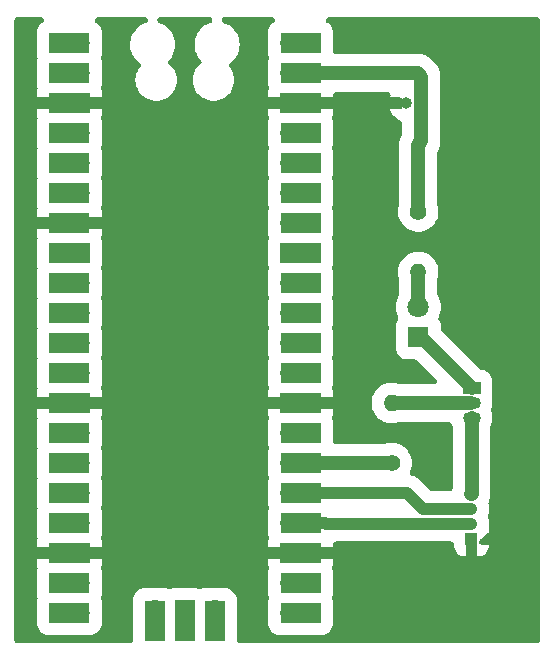
<source format=gbr>
%TF.GenerationSoftware,KiCad,Pcbnew,8.0.1*%
%TF.CreationDate,2024-03-27T17:00:54-03:00*%
%TF.ProjectId,Pond_S6,506f6e64-5f53-4362-9e6b-696361645f70,rev?*%
%TF.SameCoordinates,Original*%
%TF.FileFunction,Copper,L1,Top*%
%TF.FilePolarity,Positive*%
%FSLAX46Y46*%
G04 Gerber Fmt 4.6, Leading zero omitted, Abs format (unit mm)*
G04 Created by KiCad (PCBNEW 8.0.1) date 2024-03-27 17:00:54*
%MOMM*%
%LPD*%
G01*
G04 APERTURE LIST*
%TA.AperFunction,ComponentPad*%
%ADD10C,1.400000*%
%TD*%
%TA.AperFunction,ComponentPad*%
%ADD11O,1.400000X1.400000*%
%TD*%
%TA.AperFunction,ComponentPad*%
%ADD12R,1.000000X1.000000*%
%TD*%
%TA.AperFunction,ComponentPad*%
%ADD13O,1.000000X1.000000*%
%TD*%
%TA.AperFunction,ComponentPad*%
%ADD14R,1.500000X1.050000*%
%TD*%
%TA.AperFunction,ComponentPad*%
%ADD15O,1.500000X1.050000*%
%TD*%
%TA.AperFunction,ComponentPad*%
%ADD16O,1.700000X1.700000*%
%TD*%
%TA.AperFunction,SMDPad,CuDef*%
%ADD17R,3.500000X1.700000*%
%TD*%
%TA.AperFunction,ComponentPad*%
%ADD18R,1.700000X1.700000*%
%TD*%
%TA.AperFunction,SMDPad,CuDef*%
%ADD19R,1.700000X3.500000*%
%TD*%
%TA.AperFunction,ComponentPad*%
%ADD20R,1.800000X1.800000*%
%TD*%
%TA.AperFunction,ComponentPad*%
%ADD21C,1.800000*%
%TD*%
%TA.AperFunction,Conductor*%
%ADD22C,1.200000*%
%TD*%
%TA.AperFunction,Conductor*%
%ADD23C,1.000000*%
%TD*%
%TA.AperFunction,Conductor*%
%ADD24C,0.200000*%
%TD*%
G04 APERTURE END LIST*
D10*
%TO.P,R2,1*%
%TO.N,GPIO_20*%
X153450000Y-82240000D03*
D11*
%TO.P,R2,2*%
%TO.N,Net-(Q1-B)*%
X153450000Y-77160000D03*
%TD*%
D10*
%TO.P,R1,1*%
%TO.N,VCC*%
X155700000Y-60970000D03*
D11*
%TO.P,R1,2*%
%TO.N,Net-(D1-A)*%
X155700000Y-66050000D03*
%TD*%
D12*
%TO.P,J1,1,Pin_1*%
%TO.N,VCC*%
X155960000Y-51800000D03*
D13*
%TO.P,J1,2,Pin_2*%
%TO.N,GND*%
X154690000Y-51800000D03*
%TD*%
D12*
%TO.P,J2,1,Pin_1*%
%TO.N,GND*%
X160200000Y-88660000D03*
D13*
%TO.P,J2,2,Pin_2*%
%TO.N,Triger*%
X160200000Y-87390000D03*
%TO.P,J2,3,Pin_3*%
%TO.N,Echo*%
X160200000Y-86120000D03*
%TO.P,J2,4,Pin_4*%
%TO.N,VCC2*%
X160200000Y-84850000D03*
%TD*%
D14*
%TO.P,Q1,1,C*%
%TO.N,LED*%
X160210000Y-75870000D03*
D15*
%TO.P,Q1,2,B*%
%TO.N,Net-(Q1-B)*%
X160210000Y-77140000D03*
%TO.P,Q1,3,E*%
%TO.N,VCC2*%
X160210000Y-78410000D03*
%TD*%
D16*
%TO.P,U1,1,GPIO0*%
%TO.N,unconnected-(U1-GPIO0-Pad1)*%
X127045000Y-46675000D03*
D17*
X126145000Y-46675000D03*
D16*
%TO.P,U1,2,GPIO1*%
%TO.N,unconnected-(U1-GPIO1-Pad2)*%
X127045000Y-49215000D03*
D17*
X126145000Y-49215000D03*
D18*
%TO.P,U1,3,GND*%
%TO.N,GND*%
X127045000Y-51755000D03*
D17*
X126145000Y-51755000D03*
D16*
%TO.P,U1,4,GPIO2*%
%TO.N,unconnected-(U1-GPIO2-Pad4)*%
X127045000Y-54295000D03*
D17*
X126145000Y-54295000D03*
D16*
%TO.P,U1,5,GPIO3*%
%TO.N,unconnected-(U1-GPIO3-Pad5)*%
X127045000Y-56835000D03*
D17*
X126145000Y-56835000D03*
D16*
%TO.P,U1,6,GPIO4*%
%TO.N,unconnected-(U1-GPIO4-Pad6)*%
X127045000Y-59375000D03*
D17*
X126145000Y-59375000D03*
D16*
%TO.P,U1,7,GPIO5*%
%TO.N,GND*%
X127045000Y-61915000D03*
D17*
X126145000Y-61915000D03*
D18*
%TO.P,U1,8,GND*%
%TO.N,unconnected-(U1-GND-Pad8)*%
X127045000Y-64455000D03*
D17*
X126145000Y-64455000D03*
D16*
%TO.P,U1,9,GPIO6*%
%TO.N,unconnected-(U1-GPIO6-Pad9)*%
X127045000Y-66995000D03*
D17*
X126145000Y-66995000D03*
D16*
%TO.P,U1,10,GPIO7*%
%TO.N,unconnected-(U1-GPIO7-Pad10)*%
X127045000Y-69535000D03*
D17*
X126145000Y-69535000D03*
D16*
%TO.P,U1,11,GPIO8*%
%TO.N,unconnected-(U1-GPIO8-Pad11)*%
X127045000Y-72075000D03*
D17*
X126145000Y-72075000D03*
D16*
%TO.P,U1,12,GPIO9*%
%TO.N,unconnected-(U1-GPIO9-Pad12)*%
X127045000Y-74615000D03*
D17*
X126145000Y-74615000D03*
D18*
%TO.P,U1,13,GND*%
%TO.N,GND*%
X127045000Y-77155000D03*
D17*
X126145000Y-77155000D03*
D16*
%TO.P,U1,14,GPIO10*%
%TO.N,unconnected-(U1-GPIO10-Pad14)*%
X127045000Y-79695000D03*
D17*
X126145000Y-79695000D03*
D16*
%TO.P,U1,15,GPIO11*%
%TO.N,unconnected-(U1-GPIO11-Pad15)*%
X127045000Y-82235000D03*
D17*
X126145000Y-82235000D03*
D16*
%TO.P,U1,16,GPIO12*%
%TO.N,unconnected-(U1-GPIO12-Pad16)*%
X127045000Y-84775000D03*
D17*
X126145000Y-84775000D03*
D16*
%TO.P,U1,17,GPIO13*%
%TO.N,unconnected-(U1-GPIO13-Pad17)*%
X127045000Y-87315000D03*
D17*
X126145000Y-87315000D03*
D18*
%TO.P,U1,18,GND*%
%TO.N,GND*%
X127045000Y-89855000D03*
D17*
X126145000Y-89855000D03*
D16*
%TO.P,U1,19,GPIO14*%
%TO.N,unconnected-(U1-GPIO14-Pad19)*%
X127045000Y-92395000D03*
D17*
X126145000Y-92395000D03*
D16*
%TO.P,U1,20,GPIO15*%
%TO.N,unconnected-(U1-GPIO15-Pad20)*%
X127045000Y-94935000D03*
D17*
X126145000Y-94935000D03*
D16*
%TO.P,U1,21,GPIO16*%
%TO.N,unconnected-(U1-GPIO16-Pad21)*%
X144825000Y-94935000D03*
D17*
X145725000Y-94935000D03*
D16*
%TO.P,U1,22,GPIO17*%
%TO.N,unconnected-(U1-GPIO17-Pad22)*%
X144825000Y-92395000D03*
D17*
X145725000Y-92395000D03*
D18*
%TO.P,U1,23,GND*%
%TO.N,GND*%
X144825000Y-89855000D03*
D17*
X145725000Y-89855000D03*
D16*
%TO.P,U1,24,GPIO18*%
%TO.N,Triger*%
X144825000Y-87315000D03*
D17*
X145725000Y-87315000D03*
D16*
%TO.P,U1,25,GPIO19*%
%TO.N,Echo*%
X144825000Y-84775000D03*
D17*
X145725000Y-84775000D03*
D16*
%TO.P,U1,26,GPIO20*%
%TO.N,GPIO_20*%
X144825000Y-82235000D03*
D17*
X145725000Y-82235000D03*
D16*
%TO.P,U1,27,GPIO21*%
%TO.N,unconnected-(U1-GPIO21-Pad27)*%
X144825000Y-79695000D03*
D17*
X145725000Y-79695000D03*
D18*
%TO.P,U1,28,GND*%
%TO.N,GND*%
X144825000Y-77155000D03*
D17*
X145725000Y-77155000D03*
D16*
%TO.P,U1,29,GPIO22*%
%TO.N,unconnected-(U1-GPIO22-Pad29)*%
X144825000Y-74615000D03*
D17*
X145725000Y-74615000D03*
D16*
%TO.P,U1,30,RUN*%
%TO.N,unconnected-(U1-RUN-Pad30)*%
X144825000Y-72075000D03*
D17*
X145725000Y-72075000D03*
D16*
%TO.P,U1,31,GPIO26_ADC0*%
%TO.N,unconnected-(U1-GPIO26_ADC0-Pad31)*%
X144825000Y-69535000D03*
D17*
X145725000Y-69535000D03*
D16*
%TO.P,U1,32,GPIO27_ADC1*%
%TO.N,unconnected-(U1-GPIO27_ADC1-Pad32)*%
X144825000Y-66995000D03*
D17*
X145725000Y-66995000D03*
D18*
%TO.P,U1,33,AGND*%
%TO.N,unconnected-(U1-AGND-Pad33)*%
X144825000Y-64455000D03*
D17*
X145725000Y-64455000D03*
D16*
%TO.P,U1,34,GPIO28_ADC2*%
%TO.N,unconnected-(U1-GPIO28_ADC2-Pad34)*%
X144825000Y-61915000D03*
D17*
X145725000Y-61915000D03*
D16*
%TO.P,U1,35,ADC_VREF*%
%TO.N,unconnected-(U1-ADC_VREF-Pad35)*%
X144825000Y-59375000D03*
D17*
X145725000Y-59375000D03*
D16*
%TO.P,U1,36,3V3*%
%TO.N,unconnected-(U1-3V3-Pad36)*%
X144825000Y-56835000D03*
D17*
X145725000Y-56835000D03*
D16*
%TO.P,U1,37,3V3_EN*%
%TO.N,unconnected-(U1-3V3_EN-Pad37)*%
X144825000Y-54295000D03*
D17*
X145725000Y-54295000D03*
D18*
%TO.P,U1,38,GND*%
%TO.N,GND*%
X144825000Y-51755000D03*
D17*
X145725000Y-51755000D03*
D16*
%TO.P,U1,39,VSYS*%
%TO.N,VCC*%
X144825000Y-49215000D03*
D17*
X145725000Y-49215000D03*
D16*
%TO.P,U1,40,VBUS*%
%TO.N,unconnected-(U1-VBUS-Pad40)*%
X144825000Y-46675000D03*
D17*
X145725000Y-46675000D03*
D16*
%TO.P,U1,41,SWCLK*%
%TO.N,unconnected-(U1-SWCLK-Pad41)*%
X133395000Y-94705000D03*
D19*
X133395000Y-95605000D03*
D18*
%TO.P,U1,42,GND*%
%TO.N,unconnected-(U1-GND-Pad42)*%
X135935000Y-94705000D03*
D19*
X135935000Y-95605000D03*
D16*
%TO.P,U1,43,SWDIO*%
%TO.N,unconnected-(U1-SWDIO-Pad43)*%
X138475000Y-94705000D03*
D19*
X138475000Y-95605000D03*
%TD*%
D20*
%TO.P,D1,1,K*%
%TO.N,LED*%
X155700000Y-71575000D03*
D21*
%TO.P,D1,2,A*%
%TO.N,Net-(D1-A)*%
X155700000Y-69035000D03*
%TD*%
D22*
%TO.N,LED*%
X155700000Y-71575000D02*
X155915000Y-71575000D01*
X155915000Y-71575000D02*
X160210000Y-75870000D01*
%TO.N,VCC2*%
X160210000Y-78410000D02*
X160210000Y-84840000D01*
X160210000Y-84840000D02*
X160200000Y-84850000D01*
%TO.N,VCC*%
X155700000Y-55290000D02*
X155960000Y-55030000D01*
X155960000Y-51800000D02*
X155960000Y-49530000D01*
X155700000Y-60970000D02*
X155700000Y-55290000D01*
X155960000Y-49530000D02*
X155645000Y-49215000D01*
X155645000Y-49215000D02*
X144825000Y-49215000D01*
X155960000Y-55030000D02*
X155960000Y-51800000D01*
%TO.N,Net-(D1-A)*%
X155700000Y-69035000D02*
X155700000Y-66050000D01*
D23*
%TO.N,Echo*%
X154775000Y-84775000D02*
X156120000Y-86120000D01*
X156120000Y-86120000D02*
X160200000Y-86120000D01*
X144825000Y-84775000D02*
X154775000Y-84775000D01*
%TO.N,Triger*%
X144825000Y-87315000D02*
X147815000Y-87315000D01*
X147890000Y-87390000D02*
X160200000Y-87390000D01*
D24*
X147815000Y-87315000D02*
X147890000Y-87390000D01*
%TO.N,Net-(Q1-B)*%
X160190000Y-77160000D02*
X160210000Y-77140000D01*
X153460000Y-77150000D02*
X153450000Y-77160000D01*
D22*
X153450000Y-77160000D02*
X160190000Y-77160000D01*
%TO.N,GPIO_20*%
X153450000Y-82240000D02*
X144830000Y-82240000D01*
D24*
X144830000Y-82240000D02*
X144825000Y-82235000D01*
%TD*%
%TA.AperFunction,Conductor*%
%TO.N,GND*%
G36*
X123850499Y-44519454D02*
G01*
X123931281Y-44573430D01*
X123985257Y-44654212D01*
X124004211Y-44749500D01*
X123985257Y-44844788D01*
X123931281Y-44925570D01*
X123870497Y-44970204D01*
X123841593Y-44985301D01*
X123841592Y-44985302D01*
X123683893Y-45113889D01*
X123683889Y-45113893D01*
X123555302Y-45271592D01*
X123555299Y-45271597D01*
X123461093Y-45451946D01*
X123461090Y-45451954D01*
X123405115Y-45647578D01*
X123405114Y-45647582D01*
X123394500Y-45766963D01*
X123394500Y-47583031D01*
X123394501Y-47583043D01*
X123405113Y-47702416D01*
X123454925Y-47876502D01*
X123462915Y-47973328D01*
X123454925Y-48013498D01*
X123405116Y-48187575D01*
X123405114Y-48187582D01*
X123394500Y-48306963D01*
X123394500Y-50123031D01*
X123394501Y-50123043D01*
X123405113Y-50242416D01*
X123455185Y-50417411D01*
X123463175Y-50514237D01*
X123455185Y-50554407D01*
X123405611Y-50727663D01*
X123405609Y-50727671D01*
X123395000Y-50846994D01*
X123395000Y-51254999D01*
X123395001Y-51255000D01*
X126940536Y-51255000D01*
X126848147Y-51279755D01*
X126731853Y-51346898D01*
X126636898Y-51441853D01*
X126569755Y-51558147D01*
X126535000Y-51687857D01*
X126535000Y-51822143D01*
X126569755Y-51951853D01*
X126636898Y-52068147D01*
X126731853Y-52163102D01*
X126848147Y-52230245D01*
X126940536Y-52255000D01*
X123395001Y-52255000D01*
X123395000Y-52255001D01*
X123395000Y-52663005D01*
X123405609Y-52782328D01*
X123405611Y-52782336D01*
X123455185Y-52955593D01*
X123463175Y-53052419D01*
X123455185Y-53092589D01*
X123405116Y-53267575D01*
X123405114Y-53267582D01*
X123394500Y-53386963D01*
X123394500Y-55203031D01*
X123394501Y-55203043D01*
X123405113Y-55322416D01*
X123454925Y-55496502D01*
X123462915Y-55593328D01*
X123454925Y-55633498D01*
X123405116Y-55807575D01*
X123405114Y-55807582D01*
X123394500Y-55926963D01*
X123394500Y-57743031D01*
X123394501Y-57743043D01*
X123405113Y-57862416D01*
X123454925Y-58036502D01*
X123462915Y-58133328D01*
X123454925Y-58173498D01*
X123405116Y-58347575D01*
X123405114Y-58347582D01*
X123394500Y-58466963D01*
X123394500Y-60283031D01*
X123394501Y-60283043D01*
X123405113Y-60402416D01*
X123455185Y-60577411D01*
X123463175Y-60674237D01*
X123455185Y-60714407D01*
X123405611Y-60887663D01*
X123405609Y-60887671D01*
X123395000Y-61006994D01*
X123395000Y-61414999D01*
X123395001Y-61415000D01*
X126940536Y-61415000D01*
X126848147Y-61439755D01*
X126731853Y-61506898D01*
X126636898Y-61601853D01*
X126569755Y-61718147D01*
X126535000Y-61847857D01*
X126535000Y-61982143D01*
X126569755Y-62111853D01*
X126636898Y-62228147D01*
X126731853Y-62323102D01*
X126848147Y-62390245D01*
X126940536Y-62415000D01*
X123395001Y-62415000D01*
X123395000Y-62415001D01*
X123395000Y-62823005D01*
X123405609Y-62942328D01*
X123405611Y-62942336D01*
X123455185Y-63115593D01*
X123463175Y-63212419D01*
X123455185Y-63252589D01*
X123405116Y-63427575D01*
X123405114Y-63427582D01*
X123394500Y-63546963D01*
X123394500Y-65363031D01*
X123394501Y-65363043D01*
X123405113Y-65482416D01*
X123454925Y-65656502D01*
X123462915Y-65753328D01*
X123454925Y-65793498D01*
X123405116Y-65967575D01*
X123405114Y-65967582D01*
X123394500Y-66086963D01*
X123394500Y-67903031D01*
X123394501Y-67903043D01*
X123405113Y-68022416D01*
X123454925Y-68196502D01*
X123462915Y-68293328D01*
X123454925Y-68333498D01*
X123405116Y-68507575D01*
X123405114Y-68507582D01*
X123394500Y-68626963D01*
X123394500Y-70443031D01*
X123394501Y-70443043D01*
X123405113Y-70562416D01*
X123454925Y-70736502D01*
X123462915Y-70833328D01*
X123454925Y-70873498D01*
X123405116Y-71047575D01*
X123405114Y-71047582D01*
X123394500Y-71166963D01*
X123394500Y-72983031D01*
X123394501Y-72983043D01*
X123405113Y-73102416D01*
X123454925Y-73276502D01*
X123462915Y-73373328D01*
X123454925Y-73413498D01*
X123405116Y-73587575D01*
X123405114Y-73587582D01*
X123394500Y-73706963D01*
X123394500Y-75523031D01*
X123394501Y-75523043D01*
X123405113Y-75642416D01*
X123455185Y-75817411D01*
X123463175Y-75914237D01*
X123455185Y-75954407D01*
X123405611Y-76127663D01*
X123405609Y-76127671D01*
X123395000Y-76246994D01*
X123395000Y-76654999D01*
X123395001Y-76655000D01*
X126940536Y-76655000D01*
X126848147Y-76679755D01*
X126731853Y-76746898D01*
X126636898Y-76841853D01*
X126569755Y-76958147D01*
X126535000Y-77087857D01*
X126535000Y-77222143D01*
X126569755Y-77351853D01*
X126636898Y-77468147D01*
X126731853Y-77563102D01*
X126848147Y-77630245D01*
X126940536Y-77655000D01*
X123395001Y-77655000D01*
X123395000Y-77655001D01*
X123395000Y-78063005D01*
X123405609Y-78182328D01*
X123405611Y-78182336D01*
X123455185Y-78355593D01*
X123463175Y-78452419D01*
X123455185Y-78492589D01*
X123405116Y-78667575D01*
X123405114Y-78667582D01*
X123394500Y-78786963D01*
X123394500Y-80603031D01*
X123394501Y-80603043D01*
X123405113Y-80722416D01*
X123454925Y-80896502D01*
X123462915Y-80993328D01*
X123454925Y-81033498D01*
X123405116Y-81207575D01*
X123405114Y-81207582D01*
X123394500Y-81326963D01*
X123394500Y-83143031D01*
X123394501Y-83143043D01*
X123405113Y-83262416D01*
X123454925Y-83436502D01*
X123462915Y-83533328D01*
X123454925Y-83573498D01*
X123405116Y-83747575D01*
X123405114Y-83747582D01*
X123394500Y-83866963D01*
X123394500Y-85683031D01*
X123394501Y-85683043D01*
X123405113Y-85802416D01*
X123454925Y-85976502D01*
X123462915Y-86073328D01*
X123454925Y-86113498D01*
X123405116Y-86287575D01*
X123405114Y-86287582D01*
X123394500Y-86406963D01*
X123394500Y-88223031D01*
X123394501Y-88223043D01*
X123405113Y-88342416D01*
X123455185Y-88517411D01*
X123463175Y-88614237D01*
X123455185Y-88654407D01*
X123405611Y-88827663D01*
X123405609Y-88827671D01*
X123395000Y-88946994D01*
X123395000Y-89354999D01*
X123395001Y-89355000D01*
X126940536Y-89355000D01*
X126848147Y-89379755D01*
X126731853Y-89446898D01*
X126636898Y-89541853D01*
X126569755Y-89658147D01*
X126535000Y-89787857D01*
X126535000Y-89922143D01*
X126569755Y-90051853D01*
X126636898Y-90168147D01*
X126731853Y-90263102D01*
X126848147Y-90330245D01*
X126940536Y-90355000D01*
X123395001Y-90355000D01*
X123395000Y-90355001D01*
X123395000Y-90763005D01*
X123405609Y-90882328D01*
X123405611Y-90882336D01*
X123455185Y-91055593D01*
X123463175Y-91152419D01*
X123455185Y-91192589D01*
X123405116Y-91367575D01*
X123405114Y-91367582D01*
X123394500Y-91486963D01*
X123394500Y-93303031D01*
X123394501Y-93303043D01*
X123405113Y-93422416D01*
X123454925Y-93596502D01*
X123462915Y-93693328D01*
X123454925Y-93733498D01*
X123405116Y-93907575D01*
X123405114Y-93907582D01*
X123394500Y-94026963D01*
X123394500Y-95843031D01*
X123394501Y-95843043D01*
X123405113Y-95962414D01*
X123405113Y-95962417D01*
X123405114Y-95962418D01*
X123461091Y-96158049D01*
X123555302Y-96338407D01*
X123683891Y-96496109D01*
X123841593Y-96624698D01*
X124021951Y-96718909D01*
X124217582Y-96774886D01*
X124336963Y-96785500D01*
X126970011Y-96785499D01*
X126987777Y-96786134D01*
X127044995Y-96790227D01*
X127045000Y-96790227D01*
X127045005Y-96790227D01*
X127102223Y-96786134D01*
X127119989Y-96785499D01*
X127953032Y-96785499D01*
X127953036Y-96785499D01*
X128072418Y-96774886D01*
X128268049Y-96718909D01*
X128448407Y-96624698D01*
X128606109Y-96496109D01*
X128734698Y-96338407D01*
X128828909Y-96158049D01*
X128884886Y-95962418D01*
X128895500Y-95843037D01*
X128895499Y-95009984D01*
X128896134Y-94992217D01*
X128900227Y-94935003D01*
X128900227Y-94934996D01*
X128896134Y-94877779D01*
X128895499Y-94860012D01*
X128895499Y-94026968D01*
X128895498Y-94026956D01*
X128884886Y-93907585D01*
X128884886Y-93907582D01*
X128835073Y-93733495D01*
X128827084Y-93636673D01*
X128835074Y-93596502D01*
X128884886Y-93422418D01*
X128895500Y-93303037D01*
X128895499Y-92469984D01*
X128896134Y-92452217D01*
X128900227Y-92395003D01*
X128900227Y-92394996D01*
X128896134Y-92337779D01*
X128895499Y-92320012D01*
X128895499Y-91486968D01*
X128895498Y-91486956D01*
X128884886Y-91367585D01*
X128884886Y-91367582D01*
X128834813Y-91192587D01*
X128826824Y-91095764D01*
X128834814Y-91055592D01*
X128884389Y-90882332D01*
X128884390Y-90882328D01*
X128894999Y-90763005D01*
X128895000Y-90763002D01*
X128895000Y-90355001D01*
X128894999Y-90355000D01*
X127149464Y-90355000D01*
X127241853Y-90330245D01*
X127358147Y-90263102D01*
X127453102Y-90168147D01*
X127520245Y-90051853D01*
X127555000Y-89922143D01*
X127555000Y-89787857D01*
X127520245Y-89658147D01*
X127453102Y-89541853D01*
X127358147Y-89446898D01*
X127241853Y-89379755D01*
X127149464Y-89355000D01*
X128894999Y-89355000D01*
X128895000Y-89354999D01*
X128895000Y-88946997D01*
X128894999Y-88946994D01*
X128884390Y-88827671D01*
X128884389Y-88827667D01*
X128834814Y-88654408D01*
X128826824Y-88557582D01*
X128834814Y-88517411D01*
X128884886Y-88342418D01*
X128895500Y-88223037D01*
X128895499Y-87389984D01*
X128896134Y-87372217D01*
X128900227Y-87315003D01*
X128900227Y-87314996D01*
X128896134Y-87257779D01*
X128895499Y-87240012D01*
X128895499Y-86406968D01*
X128895498Y-86406956D01*
X128886772Y-86308803D01*
X128884886Y-86287582D01*
X128835073Y-86113495D01*
X128827084Y-86016673D01*
X128835074Y-85976502D01*
X128884886Y-85802418D01*
X128895500Y-85683037D01*
X128895499Y-84849984D01*
X128896134Y-84832217D01*
X128900227Y-84775003D01*
X128900227Y-84774996D01*
X128896134Y-84717779D01*
X128895499Y-84700012D01*
X128895499Y-83866968D01*
X128895498Y-83866956D01*
X128884886Y-83747585D01*
X128884886Y-83747582D01*
X128835073Y-83573495D01*
X128827084Y-83476673D01*
X128835074Y-83436502D01*
X128884886Y-83262418D01*
X128895500Y-83143037D01*
X128895499Y-82309984D01*
X128896134Y-82292217D01*
X128900227Y-82235003D01*
X128900227Y-82234996D01*
X128896134Y-82177779D01*
X128895499Y-82160012D01*
X128895499Y-81326968D01*
X128895498Y-81326956D01*
X128891269Y-81279388D01*
X128884886Y-81207582D01*
X128835073Y-81033495D01*
X128827084Y-80936673D01*
X128835074Y-80896502D01*
X128884886Y-80722418D01*
X128895500Y-80603037D01*
X128895499Y-79769984D01*
X128896134Y-79752217D01*
X128900227Y-79695003D01*
X128900227Y-79694996D01*
X128896134Y-79637779D01*
X128895499Y-79620012D01*
X128895499Y-78786968D01*
X128895498Y-78786956D01*
X128894129Y-78771562D01*
X128884886Y-78667582D01*
X128834813Y-78492587D01*
X128826824Y-78395764D01*
X128834814Y-78355592D01*
X128884389Y-78182332D01*
X128884390Y-78182328D01*
X128894999Y-78063005D01*
X128895000Y-78063002D01*
X128895000Y-77655001D01*
X128894999Y-77655000D01*
X127149464Y-77655000D01*
X127241853Y-77630245D01*
X127358147Y-77563102D01*
X127453102Y-77468147D01*
X127520245Y-77351853D01*
X127555000Y-77222143D01*
X127555000Y-77087857D01*
X127520245Y-76958147D01*
X127453102Y-76841853D01*
X127358147Y-76746898D01*
X127241853Y-76679755D01*
X127149464Y-76655000D01*
X128894999Y-76655000D01*
X128895000Y-76654999D01*
X128895000Y-76246997D01*
X128894999Y-76246994D01*
X128884390Y-76127671D01*
X128884389Y-76127667D01*
X128834814Y-75954408D01*
X128826824Y-75857582D01*
X128834814Y-75817411D01*
X128884886Y-75642418D01*
X128895500Y-75523037D01*
X128895499Y-74689984D01*
X128896134Y-74672217D01*
X128900227Y-74615003D01*
X128900227Y-74614996D01*
X128896134Y-74557779D01*
X128895499Y-74540012D01*
X128895499Y-73706968D01*
X128895498Y-73706956D01*
X128884886Y-73587585D01*
X128884886Y-73587582D01*
X128835073Y-73413495D01*
X128827084Y-73316673D01*
X128835074Y-73276502D01*
X128884886Y-73102418D01*
X128895500Y-72983037D01*
X128895499Y-72149984D01*
X128896134Y-72132217D01*
X128900227Y-72075003D01*
X128900227Y-72074996D01*
X128896134Y-72017779D01*
X128895499Y-72000012D01*
X128895499Y-71166968D01*
X128895498Y-71166956D01*
X128884886Y-71047585D01*
X128884886Y-71047582D01*
X128835073Y-70873495D01*
X128827084Y-70776673D01*
X128835074Y-70736502D01*
X128884886Y-70562418D01*
X128895500Y-70443037D01*
X128895499Y-69609984D01*
X128896134Y-69592217D01*
X128900227Y-69535003D01*
X128900227Y-69534996D01*
X128896134Y-69477779D01*
X128895499Y-69460012D01*
X128895499Y-68626968D01*
X128895498Y-68626956D01*
X128884886Y-68507585D01*
X128884886Y-68507582D01*
X128835073Y-68333495D01*
X128827084Y-68236673D01*
X128835074Y-68196502D01*
X128884886Y-68022418D01*
X128895500Y-67903037D01*
X128895499Y-67069984D01*
X128896134Y-67052217D01*
X128900227Y-66995003D01*
X128900227Y-66994996D01*
X128896134Y-66937779D01*
X128895499Y-66920012D01*
X128895499Y-66086968D01*
X128895498Y-66086956D01*
X128884886Y-65967585D01*
X128884886Y-65967582D01*
X128835073Y-65793495D01*
X128827084Y-65696673D01*
X128835074Y-65656502D01*
X128884886Y-65482418D01*
X128895500Y-65363037D01*
X128895499Y-63546964D01*
X128884886Y-63427582D01*
X128834813Y-63252587D01*
X128826824Y-63155764D01*
X128834814Y-63115592D01*
X128884389Y-62942332D01*
X128884390Y-62942328D01*
X128894999Y-62823005D01*
X128895000Y-62823002D01*
X128895000Y-62415001D01*
X128894999Y-62415000D01*
X127149464Y-62415000D01*
X127241853Y-62390245D01*
X127358147Y-62323102D01*
X127453102Y-62228147D01*
X127520245Y-62111853D01*
X127555000Y-61982143D01*
X127555000Y-61847857D01*
X127520245Y-61718147D01*
X127453102Y-61601853D01*
X127358147Y-61506898D01*
X127241853Y-61439755D01*
X127149464Y-61415000D01*
X128894999Y-61415000D01*
X128895000Y-61414999D01*
X128895000Y-61006997D01*
X128894999Y-61006994D01*
X128884390Y-60887671D01*
X128884389Y-60887667D01*
X128834814Y-60714408D01*
X128826824Y-60617582D01*
X128834814Y-60577411D01*
X128884886Y-60402418D01*
X128895500Y-60283037D01*
X128895499Y-59449984D01*
X128896134Y-59432217D01*
X128900227Y-59375003D01*
X128900227Y-59374996D01*
X128896134Y-59317779D01*
X128895499Y-59300012D01*
X128895499Y-58466968D01*
X128895498Y-58466956D01*
X128884886Y-58347585D01*
X128884886Y-58347582D01*
X128835073Y-58173495D01*
X128827084Y-58076673D01*
X128835074Y-58036502D01*
X128884886Y-57862418D01*
X128895500Y-57743037D01*
X128895499Y-56909984D01*
X128896134Y-56892217D01*
X128900227Y-56835003D01*
X128900227Y-56834996D01*
X128896134Y-56777779D01*
X128895499Y-56760012D01*
X128895499Y-55926968D01*
X128895498Y-55926956D01*
X128893803Y-55907893D01*
X128884886Y-55807582D01*
X128835073Y-55633495D01*
X128827084Y-55536673D01*
X128835074Y-55496502D01*
X128884886Y-55322418D01*
X128895500Y-55203037D01*
X128895499Y-54369984D01*
X128896134Y-54352217D01*
X128900227Y-54295003D01*
X128900227Y-54294996D01*
X128896134Y-54237779D01*
X128895499Y-54220012D01*
X128895499Y-53386968D01*
X128895498Y-53386956D01*
X128884886Y-53267585D01*
X128884886Y-53267582D01*
X128834813Y-53092587D01*
X128826824Y-52995764D01*
X128834814Y-52955592D01*
X128884389Y-52782332D01*
X128884390Y-52782328D01*
X128894999Y-52663005D01*
X128895000Y-52663002D01*
X128895000Y-52255001D01*
X128894999Y-52255000D01*
X127149464Y-52255000D01*
X127241853Y-52230245D01*
X127358147Y-52163102D01*
X127453102Y-52068147D01*
X127520245Y-51951853D01*
X127555000Y-51822143D01*
X127555000Y-51687857D01*
X127520245Y-51558147D01*
X127453102Y-51441853D01*
X127358147Y-51346898D01*
X127241853Y-51279755D01*
X127149464Y-51255000D01*
X128894999Y-51255000D01*
X128895000Y-51254999D01*
X128895000Y-50846997D01*
X128894999Y-50846994D01*
X128884390Y-50727671D01*
X128884389Y-50727667D01*
X128834814Y-50554408D01*
X128826824Y-50457582D01*
X128834814Y-50417411D01*
X128884886Y-50242418D01*
X128895500Y-50123037D01*
X128895499Y-49289984D01*
X128896134Y-49272217D01*
X128900227Y-49215003D01*
X128900227Y-49214996D01*
X128896134Y-49157779D01*
X128895499Y-49140012D01*
X128895499Y-48306968D01*
X128895498Y-48306956D01*
X128893974Y-48289816D01*
X128884886Y-48187582D01*
X128835073Y-48013495D01*
X128827084Y-47916673D01*
X128835074Y-47876502D01*
X128884886Y-47702418D01*
X128895500Y-47583037D01*
X128895499Y-46749984D01*
X128896134Y-46732217D01*
X128900227Y-46675003D01*
X128900227Y-46674996D01*
X128896134Y-46617779D01*
X128895499Y-46600012D01*
X128895499Y-45766968D01*
X128895498Y-45766956D01*
X128884886Y-45647585D01*
X128884886Y-45647582D01*
X128828909Y-45451951D01*
X128734698Y-45271593D01*
X128606109Y-45113891D01*
X128448407Y-44985302D01*
X128448406Y-44985301D01*
X128419503Y-44970204D01*
X128343819Y-44909285D01*
X128297208Y-44824041D01*
X128286767Y-44727449D01*
X128314085Y-44634214D01*
X128375004Y-44558530D01*
X128460248Y-44511919D01*
X128534789Y-44500500D01*
X132570162Y-44500500D01*
X132665450Y-44519454D01*
X132746232Y-44573430D01*
X132800208Y-44654212D01*
X132819162Y-44749500D01*
X132800208Y-44844788D01*
X132746232Y-44925570D01*
X132665450Y-44979546D01*
X132657200Y-44982792D01*
X132556828Y-45020228D01*
X132418488Y-45071827D01*
X132418484Y-45071829D01*
X132179886Y-45202113D01*
X131962265Y-45365023D01*
X131962260Y-45365027D01*
X131770027Y-45557260D01*
X131770023Y-45557265D01*
X131607113Y-45774886D01*
X131476829Y-46013484D01*
X131476827Y-46013488D01*
X131409217Y-46194756D01*
X131381825Y-46268199D01*
X131349180Y-46418266D01*
X131324039Y-46533838D01*
X131309216Y-46741096D01*
X131304645Y-46805000D01*
X131324039Y-47076160D01*
X131381825Y-47341801D01*
X131426205Y-47460788D01*
X131471801Y-47583037D01*
X131476828Y-47596513D01*
X131607113Y-47835113D01*
X131770029Y-48052742D01*
X131962258Y-48244971D01*
X132117894Y-48361479D01*
X132182817Y-48433756D01*
X132215139Y-48525377D01*
X132209938Y-48622392D01*
X132168008Y-48710033D01*
X132163350Y-48716061D01*
X132059611Y-48846145D01*
X131928436Y-49073348D01*
X131928428Y-49073364D01*
X131832578Y-49317587D01*
X131774198Y-49573370D01*
X131774197Y-49573374D01*
X131754592Y-49835000D01*
X131774197Y-50096625D01*
X131774198Y-50096629D01*
X131832578Y-50352412D01*
X131928428Y-50596635D01*
X131928436Y-50596651D01*
X132059612Y-50823855D01*
X132223194Y-51028980D01*
X132223205Y-51028991D01*
X132415520Y-51207432D01*
X132632292Y-51355226D01*
X132632294Y-51355227D01*
X132632296Y-51355228D01*
X132669055Y-51372930D01*
X132868668Y-51469059D01*
X132868669Y-51469059D01*
X132868677Y-51469063D01*
X133119385Y-51546396D01*
X133378818Y-51585500D01*
X133378822Y-51585500D01*
X133641178Y-51585500D01*
X133641182Y-51585500D01*
X133900615Y-51546396D01*
X134151323Y-51469063D01*
X134387704Y-51355228D01*
X134604479Y-51207433D01*
X134796805Y-51028981D01*
X134960386Y-50823857D01*
X135091568Y-50596643D01*
X135187420Y-50352416D01*
X135245802Y-50096630D01*
X135265408Y-49835000D01*
X135245802Y-49573370D01*
X135187420Y-49317584D01*
X135124701Y-49157779D01*
X135091571Y-49073364D01*
X135091569Y-49073361D01*
X135091568Y-49073357D01*
X135091563Y-49073348D01*
X134960387Y-48846144D01*
X134796805Y-48641019D01*
X134796794Y-48641008D01*
X134604984Y-48463035D01*
X134548024Y-48384329D01*
X134525520Y-48289816D01*
X134540898Y-48193886D01*
X134591816Y-48111143D01*
X134598251Y-48104461D01*
X134649971Y-48052742D01*
X134812887Y-47835113D01*
X134943172Y-47596513D01*
X135038175Y-47341801D01*
X135095961Y-47076160D01*
X135115355Y-46805000D01*
X135095961Y-46533840D01*
X135038175Y-46268199D01*
X134943172Y-46013487D01*
X134812887Y-45774887D01*
X134649971Y-45557258D01*
X134457742Y-45365029D01*
X134240113Y-45202113D01*
X134240114Y-45202113D01*
X134001515Y-45071829D01*
X134001511Y-45071827D01*
X133915971Y-45039922D01*
X133762820Y-44982799D01*
X133680165Y-44931742D01*
X133623340Y-44852938D01*
X133600997Y-44758388D01*
X133616537Y-44662484D01*
X133667596Y-44579827D01*
X133746400Y-44523002D01*
X133840950Y-44500659D01*
X133849838Y-44500500D01*
X138020162Y-44500500D01*
X138115450Y-44519454D01*
X138196232Y-44573430D01*
X138250208Y-44654212D01*
X138269162Y-44749500D01*
X138250208Y-44844788D01*
X138196232Y-44925570D01*
X138115450Y-44979546D01*
X138107200Y-44982792D01*
X138006828Y-45020228D01*
X137868488Y-45071827D01*
X137868484Y-45071829D01*
X137629886Y-45202113D01*
X137412265Y-45365023D01*
X137412260Y-45365027D01*
X137220027Y-45557260D01*
X137220023Y-45557265D01*
X137057113Y-45774886D01*
X136926829Y-46013484D01*
X136926827Y-46013488D01*
X136859217Y-46194756D01*
X136831825Y-46268199D01*
X136799180Y-46418266D01*
X136774039Y-46533838D01*
X136759216Y-46741096D01*
X136754645Y-46805000D01*
X136774039Y-47076160D01*
X136831825Y-47341801D01*
X136876205Y-47460788D01*
X136921801Y-47583037D01*
X136926828Y-47596513D01*
X137057113Y-47835113D01*
X137220029Y-48052742D01*
X137271725Y-48104438D01*
X137325699Y-48185217D01*
X137344653Y-48280505D01*
X137325699Y-48375793D01*
X137271723Y-48456575D01*
X137265016Y-48463035D01*
X137073199Y-48641014D01*
X137073194Y-48641019D01*
X136909612Y-48846144D01*
X136778436Y-49073348D01*
X136778428Y-49073364D01*
X136682578Y-49317587D01*
X136624198Y-49573370D01*
X136624197Y-49573374D01*
X136604592Y-49835000D01*
X136624197Y-50096625D01*
X136624198Y-50096629D01*
X136682578Y-50352412D01*
X136778428Y-50596635D01*
X136778436Y-50596651D01*
X136909612Y-50823855D01*
X137073194Y-51028980D01*
X137073205Y-51028991D01*
X137265520Y-51207432D01*
X137482292Y-51355226D01*
X137482294Y-51355227D01*
X137482296Y-51355228D01*
X137519055Y-51372930D01*
X137718668Y-51469059D01*
X137718669Y-51469059D01*
X137718677Y-51469063D01*
X137969385Y-51546396D01*
X138228818Y-51585500D01*
X138228822Y-51585500D01*
X138491178Y-51585500D01*
X138491182Y-51585500D01*
X138750615Y-51546396D01*
X139001323Y-51469063D01*
X139237704Y-51355228D01*
X139454479Y-51207433D01*
X139646805Y-51028981D01*
X139810386Y-50823857D01*
X139941568Y-50596643D01*
X140037420Y-50352416D01*
X140095802Y-50096630D01*
X140115408Y-49835000D01*
X140095802Y-49573370D01*
X140037420Y-49317584D01*
X139974701Y-49157779D01*
X139941571Y-49073364D01*
X139941569Y-49073361D01*
X139941568Y-49073357D01*
X139941563Y-49073348D01*
X139810387Y-48846144D01*
X139706650Y-48716062D01*
X139662058Y-48629745D01*
X139653892Y-48532934D01*
X139683395Y-48440367D01*
X139746077Y-48366137D01*
X139752050Y-48361520D01*
X139907742Y-48244971D01*
X140099971Y-48052742D01*
X140262887Y-47835113D01*
X140393172Y-47596513D01*
X140488175Y-47341801D01*
X140545961Y-47076160D01*
X140565355Y-46805000D01*
X140545961Y-46533840D01*
X140488175Y-46268199D01*
X140393172Y-46013487D01*
X140262887Y-45774887D01*
X140099971Y-45557258D01*
X139907742Y-45365029D01*
X139690113Y-45202113D01*
X139690114Y-45202113D01*
X139451515Y-45071829D01*
X139451511Y-45071827D01*
X139365971Y-45039922D01*
X139212820Y-44982799D01*
X139130165Y-44931742D01*
X139073340Y-44852938D01*
X139050997Y-44758388D01*
X139066537Y-44662484D01*
X139117596Y-44579827D01*
X139196400Y-44523002D01*
X139290950Y-44500659D01*
X139299838Y-44500500D01*
X143335211Y-44500500D01*
X143430499Y-44519454D01*
X143511281Y-44573430D01*
X143565257Y-44654212D01*
X143584211Y-44749500D01*
X143565257Y-44844788D01*
X143511281Y-44925570D01*
X143450497Y-44970204D01*
X143421593Y-44985301D01*
X143421592Y-44985302D01*
X143263893Y-45113889D01*
X143263889Y-45113893D01*
X143135302Y-45271592D01*
X143135299Y-45271597D01*
X143041093Y-45451946D01*
X143041090Y-45451954D01*
X142985115Y-45647578D01*
X142985114Y-45647582D01*
X142974500Y-45766963D01*
X142974500Y-46600006D01*
X142973866Y-46617767D01*
X142969773Y-46674999D01*
X142973866Y-46732232D01*
X142974500Y-46749993D01*
X142974500Y-47583031D01*
X142974501Y-47583043D01*
X142985113Y-47702416D01*
X143034925Y-47876502D01*
X143042915Y-47973328D01*
X143034925Y-48013498D01*
X142985116Y-48187575D01*
X142985114Y-48187582D01*
X142974500Y-48306963D01*
X142974500Y-49140006D01*
X142973866Y-49157767D01*
X142969773Y-49214999D01*
X142973866Y-49272232D01*
X142974500Y-49289993D01*
X142974500Y-50123031D01*
X142974501Y-50123043D01*
X142985113Y-50242416D01*
X143035185Y-50417411D01*
X143043175Y-50514237D01*
X143035185Y-50554407D01*
X142985611Y-50727663D01*
X142985609Y-50727671D01*
X142975000Y-50846994D01*
X142975000Y-51254999D01*
X142975001Y-51255000D01*
X144720536Y-51255000D01*
X144628147Y-51279755D01*
X144511853Y-51346898D01*
X144416898Y-51441853D01*
X144349755Y-51558147D01*
X144315000Y-51687857D01*
X144315000Y-51822143D01*
X144349755Y-51951853D01*
X144416898Y-52068147D01*
X144511853Y-52163102D01*
X144628147Y-52230245D01*
X144720536Y-52255000D01*
X142975001Y-52255000D01*
X142975000Y-52255001D01*
X142975000Y-52663005D01*
X142985609Y-52782328D01*
X142985611Y-52782336D01*
X143035185Y-52955593D01*
X143043175Y-53052419D01*
X143035185Y-53092589D01*
X142985116Y-53267575D01*
X142985114Y-53267582D01*
X142974500Y-53386963D01*
X142974500Y-54220006D01*
X142973866Y-54237767D01*
X142969773Y-54294999D01*
X142973866Y-54352232D01*
X142974500Y-54369993D01*
X142974500Y-55203031D01*
X142974501Y-55203043D01*
X142985113Y-55322416D01*
X143034925Y-55496502D01*
X143042915Y-55593328D01*
X143034925Y-55633498D01*
X142985116Y-55807575D01*
X142985114Y-55807582D01*
X142974500Y-55926963D01*
X142974500Y-56760006D01*
X142973866Y-56777767D01*
X142969773Y-56834999D01*
X142973866Y-56892232D01*
X142974500Y-56909993D01*
X142974500Y-57743031D01*
X142974501Y-57743043D01*
X142985113Y-57862416D01*
X143034925Y-58036502D01*
X143042915Y-58133328D01*
X143034925Y-58173498D01*
X142985116Y-58347575D01*
X142985114Y-58347582D01*
X142974500Y-58466963D01*
X142974500Y-59300006D01*
X142973866Y-59317767D01*
X142969773Y-59374999D01*
X142973866Y-59432232D01*
X142974500Y-59449993D01*
X142974500Y-60283031D01*
X142974501Y-60283043D01*
X142985113Y-60402416D01*
X143034925Y-60576502D01*
X143042915Y-60673328D01*
X143034925Y-60713498D01*
X142985116Y-60887575D01*
X142985114Y-60887582D01*
X142974500Y-61006963D01*
X142974500Y-61840006D01*
X142973866Y-61857767D01*
X142969773Y-61914999D01*
X142973866Y-61972232D01*
X142974500Y-61989993D01*
X142974500Y-62823031D01*
X142974501Y-62823043D01*
X142985113Y-62942416D01*
X143034925Y-63116502D01*
X143042915Y-63213328D01*
X143034925Y-63253498D01*
X142985116Y-63427575D01*
X142985114Y-63427582D01*
X142974500Y-63546963D01*
X142974500Y-65363031D01*
X142974501Y-65363043D01*
X142985113Y-65482416D01*
X143034925Y-65656502D01*
X143042915Y-65753328D01*
X143034925Y-65793498D01*
X142985116Y-65967575D01*
X142985114Y-65967582D01*
X142974500Y-66086963D01*
X142974500Y-66920006D01*
X142973866Y-66937767D01*
X142969773Y-66994999D01*
X142973866Y-67052232D01*
X142974500Y-67069993D01*
X142974500Y-67903031D01*
X142974501Y-67903043D01*
X142985113Y-68022416D01*
X143034925Y-68196502D01*
X143042915Y-68293328D01*
X143034925Y-68333498D01*
X142985116Y-68507575D01*
X142985114Y-68507582D01*
X142974500Y-68626963D01*
X142974500Y-69460006D01*
X142973866Y-69477767D01*
X142969773Y-69534999D01*
X142973866Y-69592232D01*
X142974500Y-69609993D01*
X142974500Y-70443031D01*
X142974501Y-70443043D01*
X142985113Y-70562416D01*
X143034925Y-70736502D01*
X143042915Y-70833328D01*
X143034925Y-70873498D01*
X142985116Y-71047575D01*
X142985114Y-71047582D01*
X142974500Y-71166963D01*
X142974500Y-72000006D01*
X142973866Y-72017767D01*
X142969773Y-72074999D01*
X142973866Y-72132232D01*
X142974500Y-72149993D01*
X142974500Y-72983031D01*
X142974501Y-72983043D01*
X142985113Y-73102416D01*
X143034925Y-73276502D01*
X143042915Y-73373328D01*
X143034925Y-73413498D01*
X142985116Y-73587575D01*
X142985114Y-73587582D01*
X142974500Y-73706963D01*
X142974500Y-74540006D01*
X142973866Y-74557767D01*
X142969773Y-74614999D01*
X142973866Y-74672232D01*
X142974500Y-74689993D01*
X142974500Y-75523031D01*
X142974501Y-75523043D01*
X142985113Y-75642416D01*
X143035185Y-75817411D01*
X143043175Y-75914237D01*
X143035185Y-75954407D01*
X142985611Y-76127663D01*
X142985609Y-76127671D01*
X142975000Y-76246994D01*
X142975000Y-76654999D01*
X142975001Y-76655000D01*
X144720536Y-76655000D01*
X144628147Y-76679755D01*
X144511853Y-76746898D01*
X144416898Y-76841853D01*
X144349755Y-76958147D01*
X144315000Y-77087857D01*
X144315000Y-77222143D01*
X144349755Y-77351853D01*
X144416898Y-77468147D01*
X144511853Y-77563102D01*
X144628147Y-77630245D01*
X144720536Y-77655000D01*
X142975001Y-77655000D01*
X142975000Y-77655001D01*
X142975000Y-78063005D01*
X142985609Y-78182328D01*
X142985611Y-78182336D01*
X143035185Y-78355593D01*
X143043175Y-78452419D01*
X143035185Y-78492589D01*
X142985116Y-78667575D01*
X142985114Y-78667582D01*
X142974500Y-78786963D01*
X142974500Y-79620006D01*
X142973866Y-79637767D01*
X142969773Y-79694999D01*
X142973866Y-79752232D01*
X142974500Y-79769993D01*
X142974500Y-80603031D01*
X142974501Y-80603043D01*
X142985113Y-80722416D01*
X143034925Y-80896502D01*
X143042915Y-80993328D01*
X143034925Y-81033498D01*
X142985116Y-81207575D01*
X142985114Y-81207582D01*
X142974500Y-81326963D01*
X142974500Y-82160006D01*
X142973866Y-82177767D01*
X142969773Y-82234999D01*
X142973866Y-82292232D01*
X142974500Y-82309993D01*
X142974500Y-83143031D01*
X142974501Y-83143043D01*
X142985113Y-83262416D01*
X143034925Y-83436502D01*
X143042915Y-83533328D01*
X143034925Y-83573498D01*
X142985116Y-83747575D01*
X142985114Y-83747582D01*
X142974500Y-83866963D01*
X142974500Y-84700006D01*
X142973866Y-84717767D01*
X142969773Y-84774999D01*
X142973866Y-84832232D01*
X142974500Y-84849993D01*
X142974500Y-85683031D01*
X142974501Y-85683043D01*
X142985113Y-85802416D01*
X143034925Y-85976502D01*
X143042915Y-86073328D01*
X143034925Y-86113498D01*
X142985116Y-86287575D01*
X142985114Y-86287582D01*
X142974500Y-86406963D01*
X142974500Y-87240006D01*
X142973866Y-87257767D01*
X142969773Y-87314999D01*
X142973866Y-87372232D01*
X142974500Y-87389993D01*
X142974500Y-88223031D01*
X142974501Y-88223043D01*
X142985113Y-88342416D01*
X143035185Y-88517411D01*
X143043175Y-88614237D01*
X143035185Y-88654407D01*
X142985611Y-88827663D01*
X142985609Y-88827671D01*
X142975000Y-88946994D01*
X142975000Y-89354999D01*
X142975001Y-89355000D01*
X144720536Y-89355000D01*
X144628147Y-89379755D01*
X144511853Y-89446898D01*
X144416898Y-89541853D01*
X144349755Y-89658147D01*
X144315000Y-89787857D01*
X144315000Y-89922143D01*
X144349755Y-90051853D01*
X144416898Y-90168147D01*
X144511853Y-90263102D01*
X144628147Y-90330245D01*
X144720536Y-90355000D01*
X142975001Y-90355000D01*
X142975000Y-90355001D01*
X142975000Y-90763005D01*
X142985609Y-90882328D01*
X142985611Y-90882336D01*
X143035185Y-91055593D01*
X143043175Y-91152419D01*
X143035185Y-91192589D01*
X142985116Y-91367575D01*
X142985114Y-91367582D01*
X142974500Y-91486963D01*
X142974500Y-92320006D01*
X142973866Y-92337767D01*
X142969773Y-92394999D01*
X142973866Y-92452232D01*
X142974500Y-92469993D01*
X142974500Y-93303031D01*
X142974501Y-93303043D01*
X142985113Y-93422416D01*
X143034925Y-93596502D01*
X143042915Y-93693328D01*
X143034925Y-93733498D01*
X142985116Y-93907575D01*
X142985114Y-93907582D01*
X142974500Y-94026963D01*
X142974500Y-94860006D01*
X142973866Y-94877767D01*
X142969773Y-94934999D01*
X142973866Y-94992232D01*
X142974500Y-95009993D01*
X142974500Y-95843031D01*
X142974501Y-95843043D01*
X142985113Y-95962414D01*
X142985113Y-95962417D01*
X142985114Y-95962418D01*
X143041091Y-96158049D01*
X143135302Y-96338407D01*
X143263891Y-96496109D01*
X143421593Y-96624698D01*
X143601951Y-96718909D01*
X143797582Y-96774886D01*
X143916963Y-96785500D01*
X144750015Y-96785499D01*
X144767783Y-96786134D01*
X144824997Y-96790227D01*
X144825000Y-96790227D01*
X144825003Y-96790227D01*
X144882217Y-96786134D01*
X144899985Y-96785499D01*
X147533032Y-96785499D01*
X147533036Y-96785499D01*
X147652418Y-96774886D01*
X147848049Y-96718909D01*
X148028407Y-96624698D01*
X148186109Y-96496109D01*
X148314698Y-96338407D01*
X148408909Y-96158049D01*
X148464886Y-95962418D01*
X148475500Y-95843037D01*
X148475499Y-94026964D01*
X148464886Y-93907582D01*
X148415073Y-93733495D01*
X148407084Y-93636673D01*
X148415074Y-93596502D01*
X148464886Y-93422418D01*
X148475500Y-93303037D01*
X148475499Y-91486964D01*
X148464886Y-91367582D01*
X148414813Y-91192587D01*
X148406824Y-91095764D01*
X148414814Y-91055592D01*
X148464389Y-90882332D01*
X148464390Y-90882328D01*
X148474999Y-90763005D01*
X148475000Y-90763002D01*
X148475000Y-90355001D01*
X148474999Y-90355000D01*
X144929464Y-90355000D01*
X145021853Y-90330245D01*
X145138147Y-90263102D01*
X145233102Y-90168147D01*
X145300245Y-90051853D01*
X145335000Y-89922143D01*
X145335000Y-89787857D01*
X145300245Y-89658147D01*
X145233102Y-89541853D01*
X145138147Y-89446898D01*
X145021853Y-89379755D01*
X144929464Y-89355000D01*
X148474999Y-89355000D01*
X148475000Y-89354999D01*
X148475000Y-89139500D01*
X148493954Y-89044212D01*
X148547930Y-88963430D01*
X148628712Y-88909454D01*
X148724000Y-88890500D01*
X158451000Y-88890500D01*
X158546288Y-88909454D01*
X158627070Y-88963430D01*
X158681046Y-89044212D01*
X158700000Y-89139500D01*
X158700000Y-89218005D01*
X158710609Y-89337328D01*
X158710610Y-89337333D01*
X158766557Y-89532859D01*
X158766560Y-89532867D01*
X158860719Y-89713126D01*
X158860723Y-89713132D01*
X158989245Y-89870750D01*
X158989249Y-89870754D01*
X159146867Y-89999276D01*
X159146873Y-89999280D01*
X159327132Y-90093439D01*
X159327140Y-90093442D01*
X159522666Y-90149389D01*
X159522671Y-90149390D01*
X159641994Y-90159999D01*
X159641998Y-90160000D01*
X159699999Y-90160000D01*
X159700000Y-90159999D01*
X159700000Y-89139500D01*
X159718954Y-89044212D01*
X159772930Y-88963430D01*
X159853712Y-88909454D01*
X159949000Y-88890500D01*
X159970882Y-88890500D01*
X160000446Y-88920064D01*
X160074555Y-88962851D01*
X160157213Y-88985000D01*
X160242787Y-88985000D01*
X160325445Y-88962851D01*
X160399554Y-88920064D01*
X160442411Y-88877206D01*
X160507123Y-88879213D01*
X160595687Y-88919157D01*
X160662224Y-88989952D01*
X160696604Y-89080821D01*
X160700000Y-89121806D01*
X160700000Y-90159999D01*
X160700001Y-90160000D01*
X160758002Y-90160000D01*
X160758005Y-90159999D01*
X160877328Y-90149390D01*
X160877333Y-90149389D01*
X161072859Y-90093442D01*
X161072867Y-90093439D01*
X161253126Y-89999280D01*
X161253132Y-89999276D01*
X161410750Y-89870754D01*
X161410754Y-89870750D01*
X161539276Y-89713132D01*
X161539280Y-89713126D01*
X161633439Y-89532867D01*
X161633442Y-89532859D01*
X161689389Y-89337333D01*
X161689390Y-89337328D01*
X161699999Y-89218005D01*
X161700000Y-89218002D01*
X161700000Y-89160001D01*
X161699999Y-89160000D01*
X161068474Y-89160000D01*
X160973186Y-89141046D01*
X160892404Y-89087070D01*
X160838428Y-89006288D01*
X160819474Y-88911000D01*
X160838428Y-88815712D01*
X160892404Y-88734930D01*
X160955431Y-88689138D01*
X160986433Y-88673343D01*
X160988212Y-88672050D01*
X161016069Y-88654499D01*
X161023509Y-88650474D01*
X161098840Y-88591840D01*
X161105393Y-88586911D01*
X161177510Y-88534517D01*
X161184203Y-88527823D01*
X161207336Y-88507394D01*
X161219744Y-88497738D01*
X161279508Y-88432815D01*
X161286564Y-88425461D01*
X161344517Y-88367510D01*
X161354346Y-88353979D01*
X161372598Y-88331692D01*
X161388164Y-88314785D01*
X161415585Y-88272813D01*
X161483569Y-88203407D01*
X161572939Y-88165300D01*
X161624041Y-88160000D01*
X161699999Y-88160000D01*
X161700000Y-88159999D01*
X161700000Y-88101997D01*
X161699999Y-88101994D01*
X161689390Y-87982671D01*
X161689389Y-87982663D01*
X161661499Y-87885191D01*
X161653509Y-87788365D01*
X161661639Y-87750973D01*
X161661268Y-87750884D01*
X161663548Y-87741382D01*
X161663553Y-87741368D01*
X161669573Y-87703352D01*
X161674121Y-87681201D01*
X161685108Y-87637821D01*
X161689998Y-87578789D01*
X161692214Y-87560403D01*
X161700499Y-87508100D01*
X161700500Y-87508091D01*
X161700500Y-87462370D01*
X161701350Y-87441809D01*
X161701610Y-87438660D01*
X161705643Y-87390000D01*
X161701350Y-87338190D01*
X161700500Y-87317629D01*
X161700500Y-87271908D01*
X161700499Y-87271897D01*
X161692214Y-87219595D01*
X161689997Y-87201196D01*
X161685108Y-87142179D01*
X161674127Y-87098819D01*
X161669574Y-87076654D01*
X161663553Y-87038632D01*
X161644943Y-86981359D01*
X161640380Y-86965552D01*
X161635663Y-86946928D01*
X161624063Y-86901119D01*
X161609002Y-86866786D01*
X161600219Y-86843715D01*
X161596392Y-86831935D01*
X161584976Y-86735456D01*
X161596390Y-86678069D01*
X161600226Y-86666263D01*
X161609000Y-86643217D01*
X161624063Y-86608881D01*
X161640379Y-86544447D01*
X161644944Y-86528639D01*
X161663553Y-86471368D01*
X161669573Y-86433352D01*
X161674121Y-86411201D01*
X161685108Y-86367821D01*
X161689998Y-86308789D01*
X161692214Y-86290403D01*
X161700499Y-86238100D01*
X161700500Y-86238091D01*
X161700500Y-86192370D01*
X161701350Y-86171809D01*
X161701610Y-86168660D01*
X161705643Y-86120000D01*
X161701350Y-86068190D01*
X161700500Y-86047629D01*
X161700500Y-86001908D01*
X161700499Y-86001897D01*
X161692214Y-85949595D01*
X161689997Y-85931196D01*
X161685108Y-85872179D01*
X161674127Y-85828819D01*
X161669574Y-85806654D01*
X161663553Y-85768632D01*
X161644943Y-85711359D01*
X161640358Y-85695467D01*
X161640093Y-85694419D01*
X161635109Y-85597391D01*
X161659634Y-85520335D01*
X161693241Y-85454379D01*
X161771090Y-85214785D01*
X161810500Y-84965962D01*
X161810500Y-79130411D01*
X161829454Y-79035123D01*
X161837641Y-79017364D01*
X161838871Y-79014949D01*
X161848736Y-78995589D01*
X161922937Y-78767222D01*
X161960500Y-78530059D01*
X161960500Y-78289941D01*
X161924557Y-78063005D01*
X161922938Y-78052783D01*
X161922937Y-78052781D01*
X161922937Y-78052778D01*
X161857681Y-77851942D01*
X161846263Y-77755464D01*
X161857680Y-77698059D01*
X161922937Y-77497222D01*
X161960500Y-77260059D01*
X161960500Y-77019941D01*
X161932294Y-76841853D01*
X161921407Y-76773114D01*
X161922651Y-76772916D01*
X161919239Y-76686213D01*
X161925779Y-76656663D01*
X161949886Y-76572418D01*
X161960500Y-76453037D01*
X161960499Y-75286964D01*
X161949886Y-75167582D01*
X161893909Y-74971951D01*
X161799698Y-74791593D01*
X161671109Y-74633891D01*
X161513407Y-74505302D01*
X161513402Y-74505299D01*
X161333053Y-74411093D01*
X161333052Y-74411092D01*
X161333049Y-74411091D01*
X161137418Y-74355114D01*
X161137409Y-74355113D01*
X161137408Y-74355113D01*
X161031180Y-74345667D01*
X160937946Y-74318348D01*
X160877165Y-74273716D01*
X157673429Y-71069980D01*
X157619453Y-70989198D01*
X157600499Y-70893910D01*
X157600499Y-70616968D01*
X157600498Y-70616956D01*
X157595649Y-70562416D01*
X157589886Y-70497582D01*
X157533909Y-70301951D01*
X157439698Y-70121593D01*
X157439694Y-70121588D01*
X157432748Y-70111048D01*
X157435148Y-70109465D01*
X157399560Y-70042382D01*
X157390339Y-69945665D01*
X157418832Y-69852782D01*
X157419523Y-69851509D01*
X157433169Y-69826518D01*
X157433172Y-69826513D01*
X157528175Y-69571801D01*
X157585961Y-69306160D01*
X157605355Y-69035000D01*
X157585961Y-68763840D01*
X157528175Y-68498199D01*
X157433172Y-68243487D01*
X157330958Y-68056295D01*
X157301927Y-67963578D01*
X157300500Y-67936962D01*
X157300500Y-66673660D01*
X157317714Y-66582687D01*
X157329506Y-66552642D01*
X157329510Y-66552629D01*
X157341003Y-66502270D01*
X157386222Y-66304157D01*
X157405268Y-66050000D01*
X157386222Y-65795843D01*
X157329508Y-65547363D01*
X157236393Y-65310112D01*
X157108959Y-65089388D01*
X157075609Y-65047568D01*
X156950054Y-64890127D01*
X156763214Y-64716765D01*
X156552637Y-64573196D01*
X156552632Y-64573194D01*
X156323010Y-64462613D01*
X156323005Y-64462611D01*
X156079464Y-64387488D01*
X156079461Y-64387487D01*
X155971448Y-64371206D01*
X155827435Y-64349500D01*
X155572565Y-64349500D01*
X155446553Y-64368493D01*
X155320538Y-64387487D01*
X155320535Y-64387488D01*
X155076994Y-64462611D01*
X155076989Y-64462613D01*
X154847367Y-64573194D01*
X154847362Y-64573196D01*
X154636785Y-64716765D01*
X154449945Y-64890127D01*
X154291045Y-65089382D01*
X154291041Y-65089388D01*
X154163609Y-65310107D01*
X154163600Y-65310127D01*
X154070495Y-65547354D01*
X154070489Y-65547370D01*
X154013777Y-65795845D01*
X153994732Y-66050000D01*
X154013777Y-66304154D01*
X154070489Y-66552629D01*
X154070493Y-66552642D01*
X154082286Y-66582687D01*
X154099500Y-66673660D01*
X154099500Y-67936962D01*
X154080546Y-68032250D01*
X154069042Y-68056295D01*
X153966829Y-68243484D01*
X153966827Y-68243488D01*
X153933255Y-68333499D01*
X153871825Y-68498199D01*
X153814039Y-68763840D01*
X153794645Y-69035000D01*
X153814039Y-69306160D01*
X153871825Y-69571801D01*
X153882752Y-69601096D01*
X153966827Y-69826511D01*
X153966830Y-69826517D01*
X153980479Y-69851514D01*
X154009510Y-69944230D01*
X154000849Y-70040998D01*
X153964983Y-70109560D01*
X153967249Y-70111053D01*
X153960299Y-70121596D01*
X153866093Y-70301946D01*
X153866090Y-70301954D01*
X153810115Y-70497578D01*
X153810114Y-70497582D01*
X153799500Y-70616963D01*
X153799500Y-72533031D01*
X153799501Y-72533043D01*
X153810113Y-72652414D01*
X153866090Y-72848045D01*
X153866093Y-72848053D01*
X153936602Y-72983037D01*
X153960302Y-73028407D01*
X154088891Y-73186109D01*
X154246593Y-73314698D01*
X154426951Y-73408909D01*
X154622582Y-73464886D01*
X154741963Y-73475500D01*
X155448910Y-73475499D01*
X155544198Y-73494453D01*
X155624979Y-73548429D01*
X155624980Y-73548429D01*
X157210981Y-75134430D01*
X157264957Y-75215212D01*
X157283911Y-75310500D01*
X157264957Y-75405788D01*
X157210981Y-75486570D01*
X157130199Y-75540546D01*
X157034911Y-75559500D01*
X154068031Y-75559500D01*
X153994637Y-75548438D01*
X153829458Y-75497487D01*
X153577435Y-75459500D01*
X153322565Y-75459500D01*
X153196553Y-75478493D01*
X153070538Y-75497487D01*
X153070535Y-75497488D01*
X152826994Y-75572611D01*
X152826989Y-75572613D01*
X152597367Y-75683194D01*
X152597362Y-75683196D01*
X152386785Y-75826765D01*
X152199945Y-76000127D01*
X152041045Y-76199382D01*
X152041041Y-76199388D01*
X151913609Y-76420107D01*
X151913600Y-76420127D01*
X151820495Y-76657354D01*
X151820489Y-76657370D01*
X151763777Y-76905845D01*
X151744732Y-77160000D01*
X151763777Y-77414154D01*
X151820489Y-77662629D01*
X151820495Y-77662645D01*
X151913600Y-77899872D01*
X151913605Y-77899884D01*
X151913607Y-77899888D01*
X152041041Y-78120612D01*
X152041045Y-78120617D01*
X152199945Y-78319872D01*
X152386785Y-78493234D01*
X152597362Y-78636803D01*
X152597364Y-78636804D01*
X152597366Y-78636805D01*
X152727064Y-78699264D01*
X152826989Y-78747386D01*
X152826993Y-78747387D01*
X152826996Y-78747389D01*
X152955269Y-78786956D01*
X153070535Y-78822511D01*
X153070538Y-78822512D01*
X153070539Y-78822512D01*
X153070542Y-78822513D01*
X153322565Y-78860500D01*
X153322569Y-78860500D01*
X153577431Y-78860500D01*
X153577435Y-78860500D01*
X153829458Y-78822513D01*
X153994637Y-78771562D01*
X154068031Y-78760500D01*
X158313970Y-78760500D01*
X158409258Y-78779454D01*
X158490040Y-78833430D01*
X158544016Y-78914212D01*
X158550783Y-78932556D01*
X158571260Y-78995579D01*
X158571266Y-78995593D01*
X158582359Y-79017364D01*
X158608732Y-79110871D01*
X158609500Y-79130411D01*
X158609500Y-84370500D01*
X158590546Y-84465788D01*
X158536570Y-84546570D01*
X158455788Y-84600546D01*
X158360500Y-84619500D01*
X156844667Y-84619500D01*
X156749379Y-84600546D01*
X156668598Y-84546570D01*
X155752511Y-83630484D01*
X155752510Y-83630483D01*
X155561434Y-83491657D01*
X155350992Y-83384432D01*
X155350989Y-83384431D01*
X155350984Y-83384429D01*
X155138239Y-83315304D01*
X155053471Y-83267832D01*
X154993323Y-83191535D01*
X154966952Y-83098027D01*
X154978371Y-83001546D01*
X154983397Y-82987520D01*
X154986391Y-82979891D01*
X154986393Y-82979888D01*
X155079508Y-82742637D01*
X155136222Y-82494157D01*
X155155268Y-82240000D01*
X155136222Y-81985843D01*
X155079508Y-81737363D01*
X154986393Y-81500112D01*
X154858959Y-81279388D01*
X154801698Y-81207585D01*
X154700054Y-81080127D01*
X154513214Y-80906765D01*
X154302637Y-80763196D01*
X154302632Y-80763194D01*
X154073010Y-80652613D01*
X154073005Y-80652611D01*
X153829464Y-80577488D01*
X153829461Y-80577487D01*
X153721448Y-80561206D01*
X153577435Y-80539500D01*
X153322565Y-80539500D01*
X153120946Y-80569889D01*
X153070541Y-80577487D01*
X152905363Y-80628438D01*
X152831969Y-80639500D01*
X148724500Y-80639500D01*
X148629212Y-80620546D01*
X148548430Y-80566570D01*
X148494454Y-80485788D01*
X148475500Y-80390500D01*
X148475499Y-78786968D01*
X148475498Y-78786956D01*
X148474129Y-78771562D01*
X148464886Y-78667582D01*
X148414813Y-78492587D01*
X148406824Y-78395764D01*
X148414814Y-78355592D01*
X148464389Y-78182332D01*
X148464390Y-78182328D01*
X148474999Y-78063005D01*
X148475000Y-78063002D01*
X148475000Y-77655001D01*
X148474999Y-77655000D01*
X144929464Y-77655000D01*
X145021853Y-77630245D01*
X145138147Y-77563102D01*
X145233102Y-77468147D01*
X145300245Y-77351853D01*
X145335000Y-77222143D01*
X145335000Y-77087857D01*
X145300245Y-76958147D01*
X145233102Y-76841853D01*
X145138147Y-76746898D01*
X145021853Y-76679755D01*
X144929464Y-76655000D01*
X148474999Y-76655000D01*
X148475000Y-76654999D01*
X148475000Y-76246997D01*
X148474999Y-76246994D01*
X148464390Y-76127671D01*
X148464389Y-76127667D01*
X148414814Y-75954408D01*
X148406824Y-75857582D01*
X148414814Y-75817411D01*
X148464886Y-75642418D01*
X148475500Y-75523037D01*
X148475499Y-73706964D01*
X148464886Y-73587582D01*
X148415073Y-73413495D01*
X148407084Y-73316673D01*
X148415074Y-73276502D01*
X148464886Y-73102418D01*
X148475500Y-72983037D01*
X148475499Y-71166964D01*
X148464886Y-71047582D01*
X148415073Y-70873495D01*
X148407084Y-70776673D01*
X148415074Y-70736502D01*
X148464886Y-70562418D01*
X148475500Y-70443037D01*
X148475499Y-68626964D01*
X148464886Y-68507582D01*
X148415073Y-68333495D01*
X148407084Y-68236673D01*
X148415074Y-68196502D01*
X148464886Y-68022418D01*
X148475500Y-67903037D01*
X148475499Y-66086964D01*
X148464886Y-65967582D01*
X148415073Y-65793495D01*
X148407084Y-65696673D01*
X148415074Y-65656502D01*
X148464886Y-65482418D01*
X148475500Y-65363037D01*
X148475499Y-63546964D01*
X148464886Y-63427582D01*
X148415073Y-63253495D01*
X148407084Y-63156673D01*
X148415074Y-63116502D01*
X148464886Y-62942418D01*
X148475500Y-62823037D01*
X148475499Y-61006964D01*
X148464886Y-60887582D01*
X148415073Y-60713495D01*
X148407084Y-60616673D01*
X148415074Y-60576502D01*
X148464886Y-60402418D01*
X148475500Y-60283037D01*
X148475499Y-58466964D01*
X148464886Y-58347582D01*
X148415073Y-58173495D01*
X148407084Y-58076673D01*
X148415074Y-58036502D01*
X148464886Y-57862418D01*
X148475500Y-57743037D01*
X148475499Y-55926964D01*
X148464886Y-55807582D01*
X148415073Y-55633495D01*
X148407084Y-55536673D01*
X148415074Y-55496502D01*
X148464886Y-55322418D01*
X148475500Y-55203037D01*
X148475499Y-53386964D01*
X148464886Y-53267582D01*
X148414813Y-53092587D01*
X148406824Y-52995764D01*
X148414814Y-52955592D01*
X148464389Y-52782332D01*
X148464390Y-52782328D01*
X148474999Y-52663005D01*
X148475000Y-52663002D01*
X148475000Y-52255001D01*
X148474999Y-52255000D01*
X144929464Y-52255000D01*
X145021853Y-52230245D01*
X145138147Y-52163102D01*
X145233102Y-52068147D01*
X145300245Y-51951853D01*
X145335000Y-51822143D01*
X145335000Y-51687857D01*
X145300245Y-51558147D01*
X145233102Y-51441853D01*
X145138147Y-51346898D01*
X145021853Y-51279755D01*
X144929464Y-51255000D01*
X148474999Y-51255000D01*
X148475000Y-51254999D01*
X148475000Y-51064500D01*
X148493954Y-50969212D01*
X148547930Y-50888430D01*
X148628712Y-50834454D01*
X148724000Y-50815500D01*
X153102759Y-50815500D01*
X153198047Y-50834454D01*
X153278829Y-50888430D01*
X153332805Y-50969212D01*
X153351759Y-51064500D01*
X153332805Y-51159788D01*
X153330787Y-51164522D01*
X153271361Y-51300000D01*
X154110500Y-51300000D01*
X154205788Y-51318954D01*
X154286570Y-51372930D01*
X154340546Y-51453712D01*
X154359500Y-51549000D01*
X154359500Y-52051000D01*
X154340546Y-52146288D01*
X154286570Y-52227070D01*
X154205788Y-52281046D01*
X154110500Y-52300000D01*
X153271361Y-52300000D01*
X153366268Y-52516368D01*
X153366268Y-52516369D01*
X153502230Y-52724475D01*
X153502232Y-52724477D01*
X153670588Y-52907360D01*
X153670600Y-52907370D01*
X153866762Y-53060050D01*
X153866769Y-53060055D01*
X154085393Y-53178368D01*
X154191349Y-53214743D01*
X154275320Y-53263610D01*
X154334199Y-53340891D01*
X154359021Y-53434822D01*
X154359500Y-53450252D01*
X154359500Y-54335695D01*
X154340546Y-54430983D01*
X154332361Y-54448738D01*
X154216759Y-54675620D01*
X154216757Y-54675625D01*
X154138909Y-54915217D01*
X154099500Y-55164028D01*
X154099500Y-60346339D01*
X154082288Y-60437308D01*
X154070490Y-60467367D01*
X154013777Y-60715845D01*
X153994732Y-60970000D01*
X154013777Y-61224154D01*
X154070489Y-61472629D01*
X154070495Y-61472645D01*
X154163600Y-61709872D01*
X154163605Y-61709884D01*
X154163607Y-61709888D01*
X154291041Y-61930612D01*
X154291045Y-61930617D01*
X154449945Y-62129872D01*
X154636785Y-62303234D01*
X154847362Y-62446803D01*
X154847364Y-62446804D01*
X154847366Y-62446805D01*
X154977064Y-62509264D01*
X155076989Y-62557386D01*
X155076993Y-62557387D01*
X155076996Y-62557389D01*
X155229726Y-62604500D01*
X155320535Y-62632511D01*
X155320538Y-62632512D01*
X155320539Y-62632512D01*
X155320542Y-62632513D01*
X155572565Y-62670500D01*
X155572569Y-62670500D01*
X155827431Y-62670500D01*
X155827435Y-62670500D01*
X156079458Y-62632513D01*
X156323004Y-62557389D01*
X156552634Y-62446805D01*
X156763217Y-62303232D01*
X156950050Y-62129877D01*
X157108959Y-61930612D01*
X157236393Y-61709888D01*
X157329508Y-61472637D01*
X157386222Y-61224157D01*
X157405268Y-60970000D01*
X157386222Y-60715843D01*
X157329508Y-60467363D01*
X157317711Y-60437306D01*
X157300500Y-60346339D01*
X157300500Y-55984302D01*
X157319454Y-55889014D01*
X157327647Y-55871244D01*
X157328868Y-55868847D01*
X157328870Y-55868845D01*
X157335360Y-55856109D01*
X157443242Y-55644378D01*
X157521091Y-55404784D01*
X157560500Y-55155962D01*
X157560500Y-54904038D01*
X157560500Y-51674038D01*
X157560500Y-49404038D01*
X157560499Y-49404035D01*
X157560499Y-49404028D01*
X157534951Y-49242729D01*
X157521090Y-49155215D01*
X157443241Y-48915621D01*
X157328870Y-48691155D01*
X157180793Y-48487344D01*
X157101336Y-48407887D01*
X157002656Y-48309206D01*
X157002656Y-48309207D01*
X156687655Y-47994206D01*
X156684555Y-47991954D01*
X156684553Y-47991952D01*
X156483851Y-47846134D01*
X156483849Y-47846133D01*
X156483845Y-47846130D01*
X156259379Y-47731759D01*
X156259376Y-47731758D01*
X156259374Y-47731757D01*
X156019782Y-47653909D01*
X155770971Y-47614500D01*
X155770962Y-47614500D01*
X148724500Y-47614500D01*
X148629212Y-47595546D01*
X148548430Y-47541570D01*
X148494454Y-47460788D01*
X148475500Y-47365500D01*
X148475499Y-45766968D01*
X148475498Y-45766956D01*
X148464886Y-45647585D01*
X148464886Y-45647582D01*
X148408909Y-45451951D01*
X148314698Y-45271593D01*
X148186109Y-45113891D01*
X148028407Y-44985302D01*
X148028406Y-44985301D01*
X147999503Y-44970204D01*
X147923819Y-44909285D01*
X147877208Y-44824041D01*
X147866767Y-44727449D01*
X147894085Y-44634214D01*
X147955004Y-44558530D01*
X148040248Y-44511919D01*
X148114789Y-44500500D01*
X165750500Y-44500500D01*
X165845788Y-44519454D01*
X165926570Y-44573430D01*
X165980546Y-44654212D01*
X165999500Y-44749500D01*
X165999500Y-97250500D01*
X165980546Y-97345788D01*
X165926570Y-97426570D01*
X165845788Y-97480546D01*
X165750500Y-97499500D01*
X140574500Y-97499500D01*
X140479212Y-97480546D01*
X140398430Y-97426570D01*
X140344454Y-97345788D01*
X140325500Y-97250500D01*
X140325499Y-94779988D01*
X140326134Y-94762221D01*
X140330227Y-94705003D01*
X140330227Y-94704995D01*
X140326134Y-94647776D01*
X140325499Y-94630010D01*
X140325499Y-93796968D01*
X140325498Y-93796956D01*
X140314886Y-93677585D01*
X140314886Y-93677582D01*
X140258909Y-93481951D01*
X140164698Y-93301593D01*
X140036109Y-93143891D01*
X139878407Y-93015302D01*
X139878402Y-93015299D01*
X139698053Y-92921093D01*
X139698052Y-92921092D01*
X139698049Y-92921091D01*
X139502418Y-92865114D01*
X139383037Y-92854500D01*
X139383036Y-92854500D01*
X138549993Y-92854500D01*
X138532232Y-92853866D01*
X138475000Y-92849773D01*
X138417766Y-92853866D01*
X138400005Y-92854500D01*
X137566968Y-92854500D01*
X137566956Y-92854501D01*
X137447583Y-92865113D01*
X137273498Y-92914925D01*
X137176672Y-92922915D01*
X137136502Y-92914925D01*
X137016082Y-92880469D01*
X136962418Y-92865114D01*
X136843037Y-92854500D01*
X136843035Y-92854500D01*
X135026968Y-92854500D01*
X135026956Y-92854501D01*
X134907583Y-92865113D01*
X134733498Y-92914925D01*
X134636672Y-92922915D01*
X134596502Y-92914925D01*
X134476082Y-92880469D01*
X134422418Y-92865114D01*
X134303037Y-92854500D01*
X134303036Y-92854500D01*
X133469993Y-92854500D01*
X133452232Y-92853866D01*
X133395000Y-92849773D01*
X133337766Y-92853866D01*
X133320005Y-92854500D01*
X132486968Y-92854500D01*
X132486956Y-92854501D01*
X132367585Y-92865113D01*
X132171954Y-92921090D01*
X132171946Y-92921093D01*
X131991597Y-93015299D01*
X131991592Y-93015302D01*
X131833893Y-93143889D01*
X131833889Y-93143893D01*
X131705302Y-93301592D01*
X131705299Y-93301597D01*
X131611093Y-93481946D01*
X131611090Y-93481954D01*
X131555115Y-93677578D01*
X131555114Y-93677582D01*
X131544500Y-93796963D01*
X131544500Y-94630008D01*
X131543866Y-94647770D01*
X131539773Y-94704999D01*
X131543866Y-94762229D01*
X131544500Y-94779991D01*
X131544501Y-97250500D01*
X131525547Y-97345788D01*
X131471571Y-97426570D01*
X131390789Y-97480546D01*
X131295501Y-97499500D01*
X121749500Y-97499500D01*
X121654212Y-97480546D01*
X121573430Y-97426570D01*
X121519454Y-97345788D01*
X121500500Y-97250500D01*
X121500500Y-44749500D01*
X121519454Y-44654212D01*
X121573430Y-44573430D01*
X121654212Y-44519454D01*
X121749500Y-44500500D01*
X123755211Y-44500500D01*
X123850499Y-44519454D01*
G37*
%TD.AperFunction*%
%TD*%
M02*

</source>
